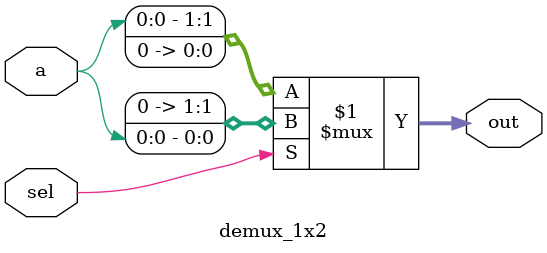
<source format=v>

module demux_1x2(input a,input sel,output [0:1] out);

 assign out = sel? {1'b0,a} : {a,1'b0} ;
 
 
endmodule

</source>
